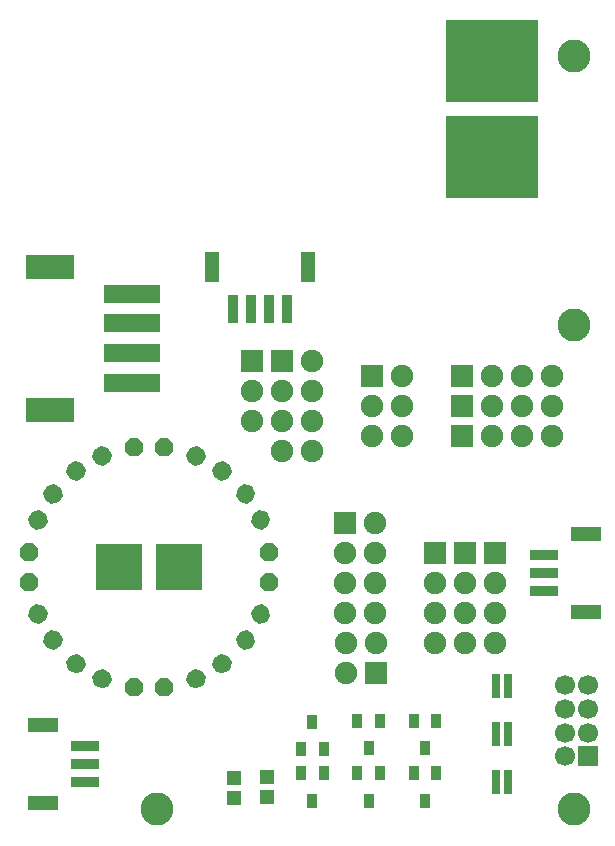
<source format=gbs>
G04 DipTrace 2.4.0.2*
%INBottomMask.gbr*%
%MOIN*%
%ADD24R,0.0669X0.0669*%
%ADD25C,0.0669*%
%ADD41C,0.11*%
%ADD50R,0.051X0.0986*%
%ADD52R,0.0356X0.0946*%
%ADD54R,0.0986X0.051*%
%ADD56R,0.0946X0.0356*%
%ADD58R,0.0275X0.022*%
%ADD60R,0.0474X0.0513*%
%ADD62R,0.0336X0.0493*%
%ADD64R,0.158X0.158*%
%ADD68C,0.0749*%
%ADD69R,0.0749X0.0749*%
%ADD70R,0.308X0.278*%
%ADD72R,0.1615X0.0789*%
%ADD74R,0.1852X0.0592*%
%FSLAX44Y44*%
G04*
G70*
G90*
G75*
G01*
%LNBotMask*%
%LPD*%
D74*
X7935Y21756D3*
Y19784D3*
Y20774D3*
D72*
X5228Y23654D3*
Y18874D3*
D74*
X7935Y22740D3*
D70*
X19960Y27290D3*
Y30490D3*
D69*
X15950Y20010D3*
D68*
X16950D3*
X15950Y19010D3*
X16950D3*
X15950Y18010D3*
X16950D3*
D69*
X12950Y20510D3*
D68*
X13950D3*
X12950Y19510D3*
X13950D3*
X12950Y18510D3*
X13950D3*
X12950Y17510D3*
X13950D3*
D69*
X18953Y20010D3*
D68*
X19953D3*
X20953D3*
X21953D3*
D69*
X18950Y19013D3*
D68*
X19950D3*
X20950D3*
X21950D3*
D69*
X18950Y18013D3*
D68*
X19950D3*
X20950D3*
X21950D3*
D69*
X11950Y20510D3*
D68*
Y19510D3*
Y18510D3*
D69*
X20064Y14092D3*
D68*
Y13092D3*
Y12092D3*
Y11092D3*
D69*
X19064Y14092D3*
D68*
Y13092D3*
Y12092D3*
Y11092D3*
D69*
X18061Y14089D3*
D68*
Y13089D3*
Y12089D3*
Y11089D3*
D24*
X23163Y7329D3*
D25*
Y8117D3*
Y8904D3*
Y9691D3*
X22375D3*
Y8904D3*
Y8117D3*
Y7329D3*
D64*
X7506Y13629D3*
X9520Y13630D3*
D62*
X14335Y7568D3*
X13587D3*
X13961Y8473D3*
X17335Y6755D3*
X18083D3*
X17709Y5850D3*
X17335Y8505D3*
X18083D3*
X17709Y7600D3*
X15460Y6755D3*
X16208D3*
X15834Y5850D3*
X13585Y6755D3*
X14333D3*
X13959Y5850D3*
X15460Y8505D3*
X16208D3*
X15834Y7600D3*
D58*
X20085Y6755D3*
Y6355D3*
Y6155D3*
Y6555D3*
X20485Y6155D3*
Y6355D3*
Y6555D3*
Y6755D3*
X20470Y9380D3*
Y9780D3*
Y9980D3*
Y9580D3*
X20070Y9980D3*
Y9780D3*
Y9580D3*
Y9380D3*
X20085Y8380D3*
Y7980D3*
Y7780D3*
Y8180D3*
X20485Y7780D3*
Y7980D3*
Y8180D3*
Y8380D3*
D60*
X12460Y6630D3*
Y5961D3*
X11335Y5943D3*
Y6612D3*
D56*
X21671Y13443D3*
Y14043D3*
D54*
X23071Y12153D3*
Y14733D3*
D56*
X21671Y12843D3*
X6395Y7067D3*
Y6467D3*
D54*
X4995Y8357D3*
Y5777D3*
D56*
X6395Y7667D3*
D52*
X12510Y22230D3*
X11310D3*
X11910D3*
D50*
X13800Y23627D3*
X10620D3*
D52*
X13110Y22230D3*
G36*
X8325Y9504D2*
X8146Y9325D1*
X7894D1*
X7715Y9504D1*
Y9757D1*
X7894Y9935D1*
X8146D1*
X8325Y9757D1*
Y9504D1*
G37*
G36*
X9325D2*
X9146Y9325D1*
X8894D1*
X8715Y9504D1*
Y9757D1*
X8894Y9935D1*
X9146D1*
X9325Y9757D1*
Y9504D1*
G37*
G36*
X12191Y15524D2*
X12435Y15459D1*
X12561Y15240D1*
X12496Y14996D1*
X12277Y14870D1*
X12033Y14935D1*
X11907Y15154D1*
X11972Y15398D1*
X12191Y15524D1*
G37*
G36*
X11691Y16390D2*
X11935Y16325D1*
X12061Y16106D1*
X11996Y15862D1*
X11777Y15736D1*
X11533Y15801D1*
X11407Y16020D1*
X11472Y16264D1*
X11691Y16390D1*
G37*
G36*
X10752Y17106D2*
X10996Y17172D1*
X11215Y17045D1*
X11280Y16801D1*
X11154Y16583D1*
X10910Y16517D1*
X10691Y16643D1*
X10626Y16887D1*
X10752Y17106D1*
G37*
G36*
X9886Y17606D2*
X10130Y17672D1*
X10349Y17545D1*
X10414Y17301D1*
X10288Y17083D1*
X10044Y17017D1*
X9825Y17143D1*
X9760Y17387D1*
X9886Y17606D1*
G37*
G36*
X10414Y9959D2*
X10349Y9715D1*
X10130Y9589D1*
X9886Y9654D1*
X9760Y9873D1*
X9825Y10117D1*
X10044Y10243D1*
X10288Y10178D1*
X10414Y9959D1*
G37*
G36*
X11280Y10459D2*
X11215Y10215D1*
X10996Y10089D1*
X10752Y10154D1*
X10626Y10373D1*
X10691Y10617D1*
X10910Y10743D1*
X11154Y10678D1*
X11280Y10459D1*
G37*
G36*
X4394Y13825D2*
X4215Y14004D1*
Y14257D1*
X4394Y14435D1*
X4646D1*
X4825Y14257D1*
Y14004D1*
X4646Y13825D1*
X4394D1*
G37*
G36*
Y12825D2*
X4215Y13004D1*
Y13257D1*
X4394Y13435D1*
X4646D1*
X4825Y13257D1*
Y13004D1*
X4646Y12825D1*
X4394D1*
G37*
G36*
X8715Y17757D2*
X8894Y17935D1*
X9146D1*
X9325Y17757D1*
Y17504D1*
X9146Y17325D1*
X8894D1*
X8715Y17504D1*
Y17757D1*
G37*
G36*
X7715D2*
X7894Y17935D1*
X8146D1*
X8325Y17757D1*
Y17504D1*
X8146Y17325D1*
X7894D1*
X7715Y17504D1*
Y17757D1*
G37*
G36*
X11996Y11398D2*
X12061Y11154D1*
X11935Y10935D1*
X11691Y10870D1*
X11472Y10996D1*
X11407Y11240D1*
X11533Y11459D1*
X11777Y11524D1*
X11996Y11398D1*
G37*
G36*
X12496Y12264D2*
X12561Y12020D1*
X12435Y11801D1*
X12191Y11736D1*
X11972Y11862D1*
X11907Y12106D1*
X12033Y12325D1*
X12277Y12390D1*
X12496Y12264D1*
G37*
G36*
X4849Y11736D2*
X4605Y11801D1*
X4479Y12020D1*
X4544Y12264D1*
X4763Y12390D1*
X5007Y12325D1*
X5133Y12106D1*
X5068Y11862D1*
X4849Y11736D1*
G37*
G36*
X5349Y10870D2*
X5105Y10935D1*
X4979Y11154D1*
X5044Y11398D1*
X5263Y11524D1*
X5507Y11459D1*
X5633Y11240D1*
X5568Y10996D1*
X5349Y10870D1*
G37*
G36*
X6626Y17301D2*
X6691Y17545D1*
X6910Y17672D1*
X7154Y17606D1*
X7280Y17387D1*
X7215Y17143D1*
X6996Y17017D1*
X6752Y17083D1*
X6626Y17301D1*
G37*
G36*
X5760Y16801D2*
X5825Y17045D1*
X6044Y17172D1*
X6288Y17106D1*
X6414Y16887D1*
X6349Y16643D1*
X6130Y16517D1*
X5886Y16583D1*
X5760Y16801D1*
G37*
G36*
X12646Y13435D2*
X12825Y13257D1*
Y13004D1*
X12646Y12825D1*
X12394D1*
X12215Y13004D1*
Y13257D1*
X12394Y13435D1*
X12646D1*
G37*
G36*
Y14435D2*
X12825Y14257D1*
Y14004D1*
X12646Y13825D1*
X12394D1*
X12215Y14004D1*
Y14257D1*
X12394Y14435D1*
X12646D1*
G37*
G36*
X6288Y10154D2*
X6044Y10089D1*
X5825Y10215D1*
X5760Y10459D1*
X5886Y10678D1*
X6130Y10743D1*
X6349Y10617D1*
X6414Y10373D1*
X6288Y10154D1*
G37*
G36*
X7154Y9654D2*
X6910Y9589D1*
X6691Y9715D1*
X6626Y9959D1*
X6752Y10178D1*
X6996Y10243D1*
X7215Y10117D1*
X7280Y9873D1*
X7154Y9654D1*
G37*
G36*
X5044Y15862D2*
X4979Y16106D1*
X5105Y16325D1*
X5349Y16390D1*
X5568Y16264D1*
X5633Y16020D1*
X5507Y15801D1*
X5263Y15736D1*
X5044Y15862D1*
G37*
G36*
X4544Y14996D2*
X4479Y15240D1*
X4605Y15459D1*
X4849Y15524D1*
X5068Y15398D1*
X5133Y15154D1*
X5007Y14935D1*
X4763Y14870D1*
X4544Y14996D1*
G37*
D69*
X15065Y15088D3*
D68*
X16065D3*
X15065Y14088D3*
X16065D3*
X15065Y13088D3*
X16065D3*
X15065Y12088D3*
X16065D3*
D69*
X16070Y10090D3*
D68*
X15070D3*
X16070Y11090D3*
X15070D3*
D41*
X22670Y5560D3*
Y21700D3*
Y30675D3*
X8770Y5560D3*
M02*

</source>
